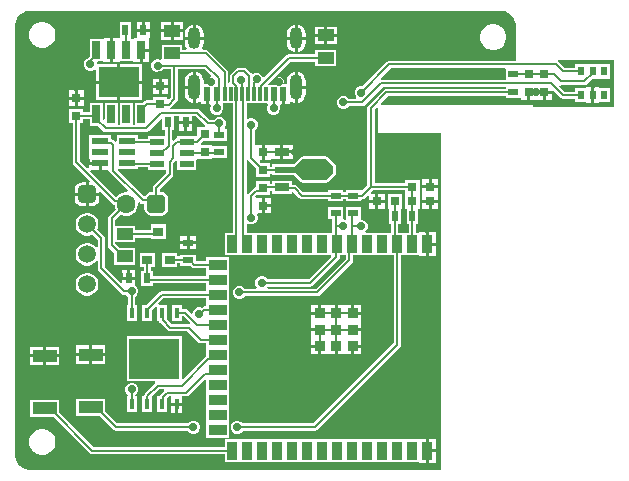
<source format=gbr>
%TF.GenerationSoftware,Altium Limited,Altium Designer,24.6.1 (21)*%
G04 Layer_Physical_Order=1*
G04 Layer_Color=255*
%FSLAX45Y45*%
%MOMM*%
%TF.SameCoordinates,C73725EF-E552-4689-BE2B-43CAEE6025B1*%
%TF.FilePolarity,Positive*%
%TF.FileFunction,Copper,L1,Top,Signal*%
%TF.Part,Single*%
G01*
G75*
%TA.AperFunction,ConnectorPad*%
%ADD10R,0.50000X0.80000*%
%TA.AperFunction,SMDPad,CuDef*%
%ADD11R,0.80000X0.80000*%
%ADD12R,2.00000X1.05000*%
%ADD13R,0.40000X0.95000*%
%ADD14R,4.30000X3.40000*%
%ADD15R,0.70000X1.52500*%
%ADD16R,3.40200X2.51300*%
%TA.AperFunction,ConnectorPad*%
%ADD17R,0.30000X1.15000*%
%ADD18R,0.60000X1.15000*%
%TA.AperFunction,SMDPad,CuDef*%
%ADD19R,1.30000X0.70000*%
%ADD20R,1.80000X0.60000*%
%ADD21R,0.60000X0.90000*%
%ADD22R,1.35000X1.00000*%
%ADD23R,0.90000X0.60000*%
%TA.AperFunction,BGAPad,CuDef*%
%ADD24R,0.90000X0.90000*%
%TA.AperFunction,SMDPad,CuDef*%
%ADD25R,0.90000X1.50000*%
%ADD26R,1.50000X0.90000*%
%ADD27R,1.40000X0.60000*%
%ADD28R,0.90000X0.80000*%
%ADD29R,0.80000X0.80000*%
%ADD30R,1.20000X0.60000*%
%TA.AperFunction,Conductor*%
%ADD31C,0.20000*%
%TA.AperFunction,ComponentPad*%
%ADD32C,1.52000*%
G04:AMPARAMS|DCode=33|XSize=1.52mm|YSize=1.52mm|CornerRadius=0.38mm|HoleSize=0mm|Usage=FLASHONLY|Rotation=270.000|XOffset=0mm|YOffset=0mm|HoleType=Round|Shape=RoundedRectangle|*
%AMROUNDEDRECTD33*
21,1,1.52000,0.76000,0,0,270.0*
21,1,0.76000,1.52000,0,0,270.0*
1,1,0.76000,-0.38000,-0.38000*
1,1,0.76000,-0.38000,0.38000*
1,1,0.76000,0.38000,0.38000*
1,1,0.76000,0.38000,-0.38000*
%
%ADD33ROUNDEDRECTD33*%
G04:AMPARAMS|DCode=34|XSize=1.6mm|YSize=1.6mm|CornerRadius=0.4mm|HoleSize=0mm|Usage=FLASHONLY|Rotation=180.000|XOffset=0mm|YOffset=0mm|HoleType=Round|Shape=RoundedRectangle|*
%AMROUNDEDRECTD34*
21,1,1.60000,0.80000,0,0,180.0*
21,1,0.80000,1.60000,0,0,180.0*
1,1,0.80000,-0.40000,0.40000*
1,1,0.80000,0.40000,0.40000*
1,1,0.80000,0.40000,-0.40000*
1,1,0.80000,-0.40000,-0.40000*
%
%ADD34ROUNDEDRECTD34*%
%ADD35C,1.60000*%
%ADD36O,1.05000X2.15000*%
%ADD37O,1.05000X1.85000*%
%ADD38C,0.70000*%
%TA.AperFunction,ViaPad*%
%ADD39C,0.70000*%
G36*
X17060043Y10108120D02*
X17083157Y10098546D01*
X17103958Y10084648D01*
X17121648Y10066958D01*
X17135545Y10046157D01*
X17145119Y10023044D01*
X17150000Y9998508D01*
Y9690588D01*
X16080000D01*
X16080000Y9690588D01*
X16068295Y9688259D01*
X16058371Y9681629D01*
X15851508Y9474765D01*
X15850940Y9475000D01*
X15829060D01*
X15808846Y9466626D01*
X15793375Y9451155D01*
X15785001Y9430940D01*
Y9409060D01*
X15793375Y9388845D01*
X15798930Y9383288D01*
X15793671Y9370588D01*
X15736862D01*
X15736627Y9371155D01*
X15721155Y9386627D01*
X15700940Y9395000D01*
X15679060D01*
X15658846Y9386627D01*
X15643375Y9371155D01*
X15635001Y9350940D01*
Y9329060D01*
X15643375Y9308845D01*
X15658846Y9293374D01*
X15679060Y9285000D01*
X15700940D01*
X15721155Y9293374D01*
X15736627Y9308845D01*
X15736862Y9309412D01*
X15851923D01*
X15851924Y9309412D01*
X15863629Y9311741D01*
X15873553Y9318371D01*
X16024594Y9469412D01*
X17064999D01*
Y9455588D01*
X16055000D01*
X16055000Y9455588D01*
X16043295Y9453259D01*
X16033371Y9446629D01*
X16033371Y9446628D01*
X15903371Y9316629D01*
X15896741Y9306706D01*
X15894412Y9295000D01*
X15894412Y9294999D01*
Y8637670D01*
X15851733Y8594991D01*
X15839999Y8599851D01*
Y8600000D01*
X15710001D01*
Y8580588D01*
X15689999D01*
Y8600000D01*
X15560001D01*
Y8580588D01*
X15352670D01*
X15301630Y8631629D01*
X15291705Y8638259D01*
X15280000Y8640588D01*
X15279999Y8640588D01*
X15255000D01*
Y8675000D01*
X15085001D01*
Y8650588D01*
X15070000D01*
Y8675000D01*
X14950000D01*
Y8621962D01*
X14940010Y8619975D01*
X14930086Y8613344D01*
X14888371Y8571629D01*
X14883289Y8564021D01*
X14871957Y8565589D01*
X14870589Y8566133D01*
Y8848867D01*
X14871957Y8849411D01*
X14883289Y8850979D01*
X14888371Y8843371D01*
X14950000Y8781743D01*
Y8705000D01*
X15070000D01*
Y8734413D01*
X15085001D01*
Y8720000D01*
X15276161D01*
X15330582Y8665581D01*
X15337196Y8661160D01*
X15345000Y8659608D01*
X15545000D01*
X15545000Y8659608D01*
X15552805Y8661160D01*
X15559419Y8665581D01*
X15619418Y8725581D01*
X15623840Y8732196D01*
X15625392Y8740000D01*
Y8799999D01*
X15625392Y8800000D01*
X15623840Y8807804D01*
X15619418Y8814419D01*
X15559419Y8874419D01*
X15552805Y8878840D01*
X15545000Y8880392D01*
X15345001D01*
X15345000Y8880392D01*
X15337196Y8878840D01*
X15330582Y8874419D01*
X15276161Y8820000D01*
X15085001D01*
Y8795588D01*
X15070000D01*
Y8825000D01*
X14993259D01*
X14980391Y8837867D01*
X14985251Y8849600D01*
X14997301D01*
Y8915000D01*
Y8980400D01*
X14944600D01*
X14940588Y8991438D01*
Y9103139D01*
X14941154Y9103373D01*
X14956625Y9118845D01*
X14964999Y9139060D01*
Y9160940D01*
X14956625Y9181155D01*
X14941154Y9196627D01*
X14920940Y9205000D01*
X14899060D01*
X14883289Y9198467D01*
X14870589Y9204963D01*
Y9330000D01*
X15045625D01*
X15051778Y9317300D01*
X15045000Y9300940D01*
Y9279060D01*
X15053374Y9258845D01*
X15068845Y9243373D01*
X15089059Y9235000D01*
X15110941D01*
X15131155Y9243373D01*
X15146626Y9258845D01*
X15155000Y9279060D01*
Y9300940D01*
X15150459Y9311900D01*
X15158946Y9324600D01*
X15167300D01*
Y9407499D01*
X15192700D01*
Y9324600D01*
X15235400D01*
Y9339232D01*
X15248100Y9345495D01*
X15252715Y9341955D01*
X15271664Y9334105D01*
X15279300Y9333100D01*
Y9465000D01*
Y9596900D01*
X15271664Y9595895D01*
X15252715Y9588045D01*
X15236441Y9575559D01*
X15223955Y9559286D01*
X15216106Y9540336D01*
X15213428Y9520000D01*
Y9490400D01*
X15190440D01*
X15181955Y9503100D01*
X15184000Y9508038D01*
Y9521962D01*
X15178671Y9534826D01*
X15168826Y9544672D01*
X15155962Y9550000D01*
X15142038D01*
X15129173Y9544672D01*
X15119328Y9534826D01*
X15114000Y9521962D01*
Y9508038D01*
X15118282Y9497700D01*
X15114600Y9488995D01*
X15111542Y9485000D01*
X15057425D01*
X15052565Y9496733D01*
X15240244Y9684412D01*
X15452499D01*
Y9645000D01*
X15627499D01*
Y9785000D01*
X15452499D01*
Y9745588D01*
X15227576D01*
X15227574Y9745588D01*
X15215868Y9743259D01*
X15205945Y9736629D01*
X15021068Y9551752D01*
X15006088Y9554732D01*
X15001627Y9565504D01*
X14986154Y9580976D01*
X14965939Y9589349D01*
X14944060D01*
X14923843Y9580976D01*
X14909084Y9584175D01*
X14871629Y9621629D01*
X14861705Y9628259D01*
X14850000Y9630588D01*
X14849998Y9630588D01*
X14800002D01*
X14800000Y9630588D01*
X14788295Y9628259D01*
X14778371Y9621629D01*
X14778371Y9621628D01*
X14738371Y9581629D01*
X14731741Y9571705D01*
X14729411Y9560000D01*
X14729411Y9559999D01*
Y9508754D01*
X14716847Y9499675D01*
X14715588Y9500113D01*
Y9594999D01*
X14715588Y9595000D01*
X14713258Y9606705D01*
X14706628Y9616629D01*
X14546629Y9776629D01*
X14536705Y9783259D01*
X14525000Y9785588D01*
X14524998Y9785588D01*
X14498796D01*
X14493179Y9796978D01*
X14496045Y9800714D01*
X14503896Y9819664D01*
X14506572Y9840000D01*
Y9867301D01*
X14428000D01*
Y9880001D01*
D01*
Y9867301D01*
X14349428D01*
Y9840000D01*
X14352106Y9819664D01*
X14359955Y9800714D01*
X14362820Y9796978D01*
X14357204Y9785588D01*
X14327499D01*
Y9825000D01*
X14152499D01*
Y9709816D01*
X14139799Y9701330D01*
X14130940Y9705000D01*
X14109061D01*
X14088844Y9696627D01*
X14073373Y9681155D01*
X14064999Y9660940D01*
Y9639060D01*
X14073373Y9618845D01*
X14088844Y9603373D01*
X14109061Y9595000D01*
X14130940D01*
X14151155Y9603373D01*
X14166626Y9618845D01*
X14166861Y9619412D01*
X14229411D01*
Y9382670D01*
X14211732Y9364990D01*
X14200000Y9369851D01*
Y9384999D01*
X14080000D01*
Y9355587D01*
X14025450D01*
X14013744Y9353259D01*
X14003821Y9346628D01*
X13992242Y9335050D01*
X13925500D01*
Y9150588D01*
X13908501D01*
Y9335050D01*
X13798500D01*
Y9150588D01*
X13781500D01*
Y9335050D01*
X13671500D01*
Y9194996D01*
X13658800Y9188644D01*
X13654500Y9191868D01*
Y9335050D01*
X13544501D01*
Y9255588D01*
X13489999D01*
Y9285000D01*
X13370000D01*
Y9165000D01*
X13399413D01*
Y8830001D01*
X13399413Y8830000D01*
X13401741Y8818295D01*
X13408371Y8808371D01*
X13541368Y8675374D01*
X13536508Y8663641D01*
X13532700D01*
Y8573698D01*
X13622643D01*
Y8577507D01*
X13634375Y8582367D01*
X13737090Y8479653D01*
X13747012Y8473022D01*
X13753000Y8471831D01*
Y8466835D01*
X13759814Y8441402D01*
X13763962Y8434219D01*
X13708371Y8378629D01*
X13701741Y8368705D01*
X13699413Y8357000D01*
X13699413Y8356999D01*
Y8127501D01*
X13699413Y8127500D01*
X13701741Y8115795D01*
X13708371Y8105871D01*
X13752499Y8061742D01*
Y7965000D01*
X13927499D01*
Y8105000D01*
X13795758D01*
X13760588Y8140170D01*
Y8155000D01*
X13927499D01*
Y8194412D01*
X14060001D01*
Y8185000D01*
X14189999D01*
Y8305000D01*
X14060001D01*
Y8255588D01*
X13927499D01*
Y8295000D01*
X13760588D01*
Y8344330D01*
X13807219Y8390962D01*
X13814401Y8386815D01*
X13839835Y8380000D01*
X13866165D01*
X13891599Y8386815D01*
X13914401Y8399980D01*
X13933020Y8418599D01*
X13946185Y8441402D01*
X13953000Y8466835D01*
Y8485782D01*
X13965700Y8491042D01*
X13968372Y8488371D01*
X13978294Y8481741D01*
X13989999Y8479413D01*
X14005824D01*
Y8440000D01*
X14010481Y8416589D01*
X14023743Y8396743D01*
X14043588Y8383481D01*
X14067000Y8378825D01*
X14147000D01*
X14170412Y8383481D01*
X14190257Y8396743D01*
X14203519Y8416589D01*
X14208176Y8440000D01*
Y8520000D01*
X14203519Y8543411D01*
X14190257Y8563257D01*
X14170412Y8576519D01*
X14147000Y8581175D01*
X14137589D01*
Y8604330D01*
X14241629Y8708371D01*
X14248259Y8718295D01*
X14250587Y8730000D01*
Y8822330D01*
X14271628Y8843371D01*
X14271629Y8843371D01*
X14272301Y8844376D01*
X14285001Y8840524D01*
Y8765000D01*
X14445000D01*
Y8853482D01*
X14455000Y8860000D01*
X14575000D01*
X14575000Y8865000D01*
X14705000D01*
Y8965000D01*
X14575000D01*
X14575000Y8980000D01*
X14486218D01*
X14480959Y8992700D01*
X14498257Y9010000D01*
X14575000D01*
X14575000Y9015000D01*
X14705000D01*
Y9115000D01*
X14689375D01*
X14684515Y9126733D01*
X14686626Y9128845D01*
X14695000Y9149060D01*
Y9170940D01*
X14686626Y9191155D01*
X14671155Y9206626D01*
X14650940Y9215000D01*
X14629060D01*
X14608846Y9206626D01*
X14593373Y9191155D01*
X14593138Y9190588D01*
X14554594D01*
X14473553Y9271629D01*
X14463629Y9278259D01*
X14451924Y9280588D01*
X14451923Y9280588D01*
X14226134D01*
X14225591Y9281958D01*
X14224020Y9293288D01*
X14231628Y9298371D01*
X14281628Y9348371D01*
X14288258Y9358294D01*
X14290588Y9370000D01*
X14290588Y9370001D01*
Y9619412D01*
X14515254D01*
X14571967Y9562700D01*
X14566705Y9550000D01*
X14564038D01*
X14551173Y9544672D01*
X14541328Y9534826D01*
X14536000Y9521962D01*
Y9508038D01*
X14538045Y9503100D01*
X14529559Y9490400D01*
X14506572D01*
Y9520000D01*
X14503896Y9540336D01*
X14496045Y9559286D01*
X14483559Y9575559D01*
X14467287Y9588045D01*
X14448335Y9595895D01*
X14440701Y9596900D01*
Y9465001D01*
Y9333100D01*
X14448335Y9334105D01*
X14467287Y9341955D01*
X14471899Y9345495D01*
X14484599Y9339232D01*
Y9324600D01*
X14527301D01*
Y9407499D01*
X14552701D01*
Y9324600D01*
X14561053D01*
X14569540Y9311900D01*
X14564999Y9300940D01*
Y9279060D01*
X14573373Y9258845D01*
X14588844Y9243373D01*
X14609061Y9235000D01*
X14630940D01*
X14651155Y9243373D01*
X14666626Y9258845D01*
X14675000Y9279060D01*
Y9300940D01*
X14668224Y9317300D01*
X14674374Y9330000D01*
X14754411D01*
Y8234400D01*
X14685001D01*
Y8044400D01*
X15583182D01*
X15588443Y8031700D01*
X15397330Y7840588D01*
X15046861D01*
X15046626Y7841155D01*
X15031155Y7856626D01*
X15010941Y7865000D01*
X14989059D01*
X14968845Y7856626D01*
X14953374Y7841155D01*
X14945000Y7820940D01*
Y7799060D01*
X14953374Y7778845D01*
X14958931Y7773288D01*
X14953670Y7760588D01*
X14856862D01*
X14856627Y7761155D01*
X14841154Y7776627D01*
X14820940Y7785000D01*
X14799060D01*
X14778845Y7776627D01*
X14763374Y7761155D01*
X14755000Y7740940D01*
Y7719060D01*
X14763374Y7698845D01*
X14778845Y7683374D01*
X14799060Y7675000D01*
X14820940D01*
X14841154Y7683374D01*
X14856627Y7698845D01*
X14856862Y7699412D01*
X15470000D01*
X15470000Y7699412D01*
X15481705Y7701741D01*
X15491629Y7708371D01*
X15761629Y7978371D01*
X15761629Y7978371D01*
X15768259Y7988295D01*
X15770589Y8000000D01*
X15770589Y8000001D01*
Y8044400D01*
X16116412D01*
Y7299670D01*
X15437331Y6620588D01*
X14836861D01*
X14836626Y6621155D01*
X14821155Y6636627D01*
X14800940Y6645000D01*
X14779060D01*
X14758846Y6636627D01*
X14743373Y6621155D01*
X14735001Y6600940D01*
Y6579060D01*
X14743373Y6558845D01*
X14758846Y6543374D01*
X14779060Y6535000D01*
X14800940D01*
X14821155Y6543374D01*
X14836626Y6558845D01*
X14836861Y6559412D01*
X15449998D01*
X15450000Y6559412D01*
X15461705Y6561741D01*
X15471629Y6568371D01*
X16168629Y7265371D01*
X16175259Y7275295D01*
X16177588Y7287000D01*
X16177588Y7287001D01*
Y8044400D01*
X16330600D01*
Y8039000D01*
X16388300D01*
Y8139400D01*
Y8239800D01*
X16330600D01*
Y8234400D01*
X16305588D01*
Y8310000D01*
X16325000D01*
Y8440000D01*
X16335001Y8440000D01*
Y8559999D01*
X16335001D01*
Y8565001D01*
X16335001D01*
Y8685000D01*
X16214999D01*
Y8655588D01*
X15955588D01*
Y9282330D01*
X15966908Y9293650D01*
X15979608Y9288390D01*
Y9100000D01*
X15981160Y9092196D01*
X15985580Y9085581D01*
X15992197Y9081160D01*
X16000000Y9079608D01*
X16519608D01*
Y6230000D01*
X13037000Y6230000D01*
X13024490Y6230000D01*
X12999954Y6234881D01*
X12976842Y6244454D01*
X12956041Y6258353D01*
X12938351Y6276042D01*
X12924454Y6296843D01*
X12914880Y6319955D01*
X12910001Y6344491D01*
X12910001Y6356999D01*
Y9986000D01*
X12910001Y9998509D01*
X12914880Y10023045D01*
X12924454Y10046157D01*
X12938351Y10066958D01*
X12956041Y10084648D01*
X12976842Y10098546D01*
X12999956Y10108120D01*
X13024490Y10113000D01*
X13037000Y10113000D01*
X17023000Y10113000D01*
X17035509D01*
X17060043Y10108120D01*
D02*
G37*
G36*
X17980000Y9300000D02*
X17300392D01*
X17298840Y9307804D01*
X17294418Y9314419D01*
X17287804Y9318840D01*
X17280000Y9320392D01*
X16011610D01*
X16006349Y9333092D01*
X16067670Y9394412D01*
X17064999D01*
Y9375000D01*
X17194600D01*
Y9359600D01*
X17247299D01*
Y9425001D01*
X17272699D01*
Y9359600D01*
X17377301D01*
Y9425000D01*
X17390001D01*
Y9437700D01*
X17462524D01*
X17467133Y9439609D01*
X17528371Y9378372D01*
X17528371Y9378371D01*
X17538295Y9371741D01*
X17550000Y9369412D01*
X17655000D01*
Y9340000D01*
X17739137Y9340000D01*
X17749600Y9334600D01*
X17755463Y9334600D01*
X17787299D01*
Y9399998D01*
Y9465400D01*
X17749600D01*
X17739137Y9460000D01*
X17655000Y9460000D01*
Y9430588D01*
X17562669D01*
X17520247Y9473011D01*
X17520641Y9475694D01*
X17533286Y9486128D01*
X17533286Y9486128D01*
X17731714D01*
X17731715Y9486128D01*
X17743420Y9488456D01*
X17753345Y9495087D01*
X17798257Y9540000D01*
X17842300D01*
X17845000Y9540000D01*
X17855000D01*
X17857700Y9540000D01*
X17945000D01*
Y9660000D01*
X17857700D01*
X17855000Y9660000D01*
X17845000D01*
X17842300Y9660000D01*
X17757700D01*
X17755000Y9660000D01*
Y9660000D01*
X17745000D01*
Y9660000D01*
X17655000D01*
Y9630588D01*
X17562669D01*
X17511629Y9681629D01*
X17510619Y9697579D01*
X17512550Y9700000D01*
X17980000D01*
Y9300000D01*
D02*
G37*
G36*
X17064999Y9625000D02*
Y9530588D01*
X16011925D01*
X16011925Y9530588D01*
X16011777Y9530559D01*
X16005521Y9542263D01*
X16092670Y9629412D01*
X17054128D01*
X17064999Y9625000D01*
D02*
G37*
G36*
X14515967Y9142700D02*
X14510706Y9130000D01*
X14455000D01*
Y9061518D01*
X14445000Y9055000D01*
X14285001D01*
Y9035588D01*
X14285001Y9035588D01*
X14273296Y9033259D01*
X14263371Y9026629D01*
X14263371Y9026628D01*
X14252321Y9015579D01*
X14240588Y9020439D01*
Y9105000D01*
X14255000D01*
Y9219412D01*
X14299600D01*
Y9182699D01*
X14355000D01*
X14410400D01*
Y9219412D01*
X14439255D01*
X14515967Y9142700D01*
D02*
G37*
G36*
X14155000Y9195149D02*
Y9105000D01*
X14179411D01*
Y9055000D01*
X14035001D01*
Y9030588D01*
X13950000D01*
Y9065000D01*
X13770000D01*
Y9011218D01*
X13757300Y9005958D01*
X13746629Y9016629D01*
X13736705Y9023259D01*
X13725000Y9025588D01*
X13720000Y9036359D01*
Y9065000D01*
X13539999D01*
Y8965000D01*
Y8880400D01*
X13534599D01*
Y8837700D01*
X13630000D01*
Y8825000D01*
X13642700D01*
Y8769600D01*
X13701714D01*
X13709412Y8760000D01*
X13711742Y8748295D01*
X13718372Y8738371D01*
X13864043Y8592700D01*
X13858781Y8580000D01*
X13839835D01*
X13814401Y8573185D01*
X13791599Y8560020D01*
X13772981Y8541402D01*
X13763152Y8540107D01*
X13546358Y8756900D01*
X13551617Y8769600D01*
X13617300D01*
Y8812300D01*
X13534599D01*
Y8786618D01*
X13521899Y8781357D01*
X13460588Y8842670D01*
Y9165000D01*
X13489999D01*
Y9194412D01*
X13544501D01*
Y9142550D01*
X13611243D01*
X13655421Y9098372D01*
X13655421Y9098371D01*
X13665344Y9091741D01*
X13677049Y9089412D01*
X13677051Y9089412D01*
X14020000D01*
X14020000Y9089412D01*
X14031705Y9091741D01*
X14041629Y9098371D01*
X14143266Y9200009D01*
X14155000Y9195149D01*
D02*
G37*
G36*
X15605000Y8800000D02*
Y8740000D01*
X15545000Y8680000D01*
X15345000D01*
X15285001Y8740000D01*
Y8800000D01*
X15345000Y8860000D01*
X15545000D01*
X15605000Y8800000D01*
D02*
G37*
G36*
X14035001Y8765000D02*
X14189412D01*
Y8742670D01*
X14085371Y8638629D01*
X14078741Y8628705D01*
X14076411Y8617000D01*
X14076411Y8616999D01*
Y8581175D01*
X14067000D01*
X14043588Y8576519D01*
X14023743Y8563257D01*
X14012778Y8546847D01*
X14000917Y8544881D01*
X13997916Y8545341D01*
X13780959Y8762300D01*
X13786218Y8775000D01*
X13950000D01*
Y8789412D01*
X14035001D01*
Y8765000D01*
D02*
G37*
G36*
X16214999Y8565001D02*
X16214999D01*
Y8559999D01*
X16214999D01*
Y8440000D01*
X16225000Y8440000D01*
Y8310000D01*
X16244414D01*
Y8234400D01*
X16155588D01*
Y8310000D01*
X16175000D01*
Y8440000D01*
X16185001Y8440000D01*
Y8560000D01*
X16064999D01*
Y8440000D01*
X16075000Y8440000D01*
Y8310000D01*
X16094412D01*
Y8234400D01*
X15880142D01*
X15874881Y8247100D01*
X15886627Y8258845D01*
X15895000Y8279060D01*
Y8300940D01*
X15886627Y8321155D01*
X15871155Y8336626D01*
X15850940Y8345000D01*
X15850629D01*
X15839999Y8350000D01*
Y8450000D01*
X15710001D01*
Y8354993D01*
X15702107Y8346287D01*
X15700932Y8345735D01*
X15689999Y8351740D01*
Y8450000D01*
X15560001D01*
Y8350000D01*
X15594412D01*
Y8300001D01*
X15594412Y8300000D01*
X15594412Y8299999D01*
Y8234400D01*
X14870589D01*
Y8305037D01*
X14883289Y8311533D01*
X14899060Y8305000D01*
X14920940D01*
X14941154Y8313374D01*
X14956625Y8328845D01*
X14964999Y8349060D01*
Y8370940D01*
X14958389Y8386900D01*
X14964775Y8399600D01*
X14997301D01*
Y8465000D01*
Y8530400D01*
X14951617D01*
X14946358Y8543100D01*
X14958258Y8555000D01*
X15070000D01*
Y8589412D01*
X15085001D01*
Y8565000D01*
X15255000D01*
Y8578519D01*
X15267700Y8579043D01*
X15318370Y8528372D01*
X15318372Y8528371D01*
X15328294Y8521741D01*
X15339999Y8519412D01*
X15340001Y8519412D01*
X15560001D01*
Y8500000D01*
X15689999D01*
Y8519412D01*
X15710001D01*
Y8500000D01*
X15839999D01*
Y8511982D01*
X15850002Y8519412D01*
X15861707Y8521741D01*
X15871629Y8528371D01*
X15896899Y8553642D01*
X15909599Y8548381D01*
Y8512700D01*
X15962300D01*
Y8565400D01*
X15926617D01*
X15921358Y8578100D01*
X15937669Y8594412D01*
X16214999D01*
Y8565001D01*
D02*
G37*
G36*
X15709412Y8012670D02*
X15457330Y7760588D01*
X15053256D01*
X15046942Y7773288D01*
X15051540Y7779412D01*
X15409999D01*
X15410001Y7779412D01*
X15421706Y7781741D01*
X15431628Y7788371D01*
X15651628Y8008371D01*
X15651630Y8008371D01*
X15658260Y8018295D01*
X15660588Y8030000D01*
X15660588Y8030001D01*
Y8044400D01*
X15709412D01*
Y8012670D01*
D02*
G37*
%LPC*%
G36*
X14050400Y10020400D02*
X14007700D01*
Y9962700D01*
X14050400D01*
Y10020400D01*
D02*
G37*
G36*
X13982298D02*
X13939600D01*
Y9962700D01*
X13982298D01*
Y10020400D01*
D02*
G37*
G36*
X14332899Y10020400D02*
X14252699D01*
Y9957700D01*
X14332899D01*
Y10020400D01*
D02*
G37*
G36*
X14227299D02*
X14147099D01*
Y9957700D01*
X14227299D01*
Y10020400D01*
D02*
G37*
G36*
X15632899Y9980400D02*
X15552699D01*
Y9917700D01*
X15632899D01*
Y9980400D01*
D02*
G37*
G36*
X15527299D02*
X15447099D01*
Y9917700D01*
X15527299D01*
Y9980400D01*
D02*
G37*
G36*
X14440700Y9996900D02*
Y9892701D01*
X14506572D01*
Y9920000D01*
X14503896Y9940336D01*
X14496045Y9959286D01*
X14483559Y9975559D01*
X14467287Y9988045D01*
X14448335Y9995895D01*
X14440700Y9996900D01*
D02*
G37*
G36*
X14415300D02*
X14407664Y9995895D01*
X14388715Y9988045D01*
X14372441Y9975559D01*
X14359955Y9959286D01*
X14352106Y9940336D01*
X14349428Y9920000D01*
Y9892701D01*
X14415300D01*
Y9996900D01*
D02*
G37*
G36*
X15304700D02*
Y9892701D01*
X15370572D01*
Y9920000D01*
X15367896Y9940336D01*
X15360045Y9959286D01*
X15347559Y9975559D01*
X15331287Y9988045D01*
X15312337Y9995895D01*
X15304700Y9996900D01*
D02*
G37*
G36*
X15279298Y9996900D02*
X15271664Y9995895D01*
X15252715Y9988045D01*
X15236441Y9975559D01*
X15223955Y9959286D01*
X15216106Y9940336D01*
X15213428Y9920000D01*
Y9892701D01*
X15279298D01*
Y9996900D01*
D02*
G37*
G36*
X14332899Y9932300D02*
X14252699D01*
Y9869600D01*
X14332899D01*
Y9932300D01*
D02*
G37*
G36*
X14227299D02*
X14147099D01*
Y9869600D01*
X14227299D01*
Y9932300D01*
D02*
G37*
G36*
X15632899Y9892300D02*
X15552699D01*
Y9829600D01*
X15632899D01*
Y9892300D01*
D02*
G37*
G36*
X15527299D02*
X15447099D01*
Y9829600D01*
X15527299D01*
Y9892300D01*
D02*
G37*
G36*
X13156882Y10020000D02*
X13127917D01*
X13099942Y10012504D01*
X13074858Y9998022D01*
X13054378Y9977542D01*
X13039896Y9952458D01*
X13032401Y9924482D01*
Y9895518D01*
X13039896Y9867542D01*
X13054378Y9842458D01*
X13074858Y9821978D01*
X13099942Y9807496D01*
X13127917Y9800000D01*
X13156882D01*
X13184859Y9807496D01*
X13209943Y9821978D01*
X13230421Y9842458D01*
X13244904Y9867542D01*
X13252400Y9895518D01*
Y9924482D01*
X13244904Y9952458D01*
X13230421Y9977542D01*
X13209943Y9998022D01*
X13184859Y10012504D01*
X13156882Y10020000D01*
D02*
G37*
G36*
X16974483Y10000000D02*
X16945518D01*
X16917542Y9992504D01*
X16892458Y9978022D01*
X16871979Y9957542D01*
X16857497Y9932458D01*
X16850000Y9904482D01*
Y9875518D01*
X16857497Y9847542D01*
X16871979Y9822458D01*
X16892458Y9801978D01*
X16917542Y9787496D01*
X16945518Y9780000D01*
X16974483D01*
X17002460Y9787496D01*
X17027542Y9801978D01*
X17048022Y9822458D01*
X17062505Y9847542D01*
X17070000Y9875518D01*
Y9904482D01*
X17062505Y9932458D01*
X17048022Y9957542D01*
X17027542Y9978022D01*
X17002460Y9992504D01*
X16974483Y10000000D01*
D02*
G37*
G36*
X15279298Y9867301D02*
X15213428D01*
Y9840000D01*
X15216106Y9819664D01*
X15223955Y9800714D01*
X15236441Y9784441D01*
X15252715Y9771955D01*
X15271664Y9764105D01*
X15279298Y9763100D01*
Y9867301D01*
D02*
G37*
G36*
X15370572D02*
X15304700D01*
Y9763100D01*
X15312337Y9764105D01*
X15331287Y9771955D01*
X15347559Y9784441D01*
X15360045Y9800714D01*
X15367896Y9819664D01*
X15370572Y9840000D01*
Y9867301D01*
D02*
G37*
G36*
X14040900Y9768501D02*
X13993201D01*
Y9679550D01*
X14040900D01*
Y9768501D01*
D02*
G37*
G36*
X13895000Y10015000D02*
X13795000D01*
Y9892195D01*
X13787595Y9883652D01*
X13783189Y9882850D01*
X13739200D01*
Y9781201D01*
Y9679550D01*
X13786900D01*
Y9682295D01*
X13798500Y9684950D01*
X13799600Y9684950D01*
X13907401D01*
X13908501Y9684950D01*
X13920100Y9682295D01*
Y9679550D01*
X13967799D01*
Y9781201D01*
X13980499D01*
Y9793901D01*
X14040900D01*
Y9879600D01*
X14050400D01*
Y9937300D01*
X13995000D01*
X13939600D01*
Y9882850D01*
X13920100D01*
Y9880105D01*
X13908501Y9877450D01*
X13907401Y9877450D01*
X13904573D01*
X13895000Y9885000D01*
Y10015000D01*
D02*
G37*
G36*
X13713800Y9882850D02*
X13666100D01*
Y9880105D01*
X13654500Y9877450D01*
X13653400Y9877450D01*
X13544501D01*
Y9728208D01*
X13535593Y9719300D01*
X13533850Y9716693D01*
X13516499Y9709505D01*
X13501027Y9694034D01*
X13492654Y9673819D01*
Y9651939D01*
X13501027Y9631724D01*
X13516499Y9616252D01*
X13536714Y9607879D01*
X13558594D01*
X13578809Y9616252D01*
X13581799Y9619244D01*
X13594501Y9613983D01*
Y9522700D01*
X13777299D01*
Y9661050D01*
X13602654D01*
Y9673819D01*
X13602417Y9674390D01*
X13609473Y9684950D01*
X13653400D01*
X13654500Y9684950D01*
X13666100Y9682295D01*
Y9679550D01*
X13713800D01*
Y9781201D01*
Y9882850D01*
D02*
G37*
G36*
X13985500Y9661050D02*
X13802699D01*
Y9522700D01*
X13985500D01*
Y9661050D01*
D02*
G37*
G36*
X14205400Y9540399D02*
X14152699D01*
Y9487699D01*
X14205400D01*
Y9540399D01*
D02*
G37*
G36*
X14127299D02*
X14074600D01*
Y9487699D01*
X14127299D01*
Y9540399D01*
D02*
G37*
G36*
X14415302Y9596900D02*
X14407664Y9595895D01*
X14388715Y9588045D01*
X14372441Y9575559D01*
X14359955Y9559286D01*
X14352106Y9540336D01*
X14349428Y9520000D01*
Y9477701D01*
X14415302D01*
Y9596900D01*
D02*
G37*
G36*
X15304700D02*
Y9477700D01*
X15370572D01*
Y9520000D01*
X15367896Y9540336D01*
X15360045Y9559286D01*
X15347559Y9575559D01*
X15331287Y9588045D01*
X15312337Y9595895D01*
X15304700Y9596900D01*
D02*
G37*
G36*
X14205400Y9462299D02*
X14152699D01*
Y9409599D01*
X14205400D01*
Y9462299D01*
D02*
G37*
G36*
X14127299D02*
X14074600D01*
Y9409599D01*
X14127299D01*
Y9462299D01*
D02*
G37*
G36*
X13495399Y9440400D02*
X13442700D01*
Y9387700D01*
X13495399D01*
Y9440400D01*
D02*
G37*
G36*
X13417300D02*
X13364600D01*
Y9387700D01*
X13417300D01*
Y9440400D01*
D02*
G37*
G36*
X13985500Y9497300D02*
X13802699D01*
Y9358950D01*
X13985500D01*
Y9497300D01*
D02*
G37*
G36*
X13777299D02*
X13594501D01*
Y9358950D01*
X13777299D01*
Y9497300D01*
D02*
G37*
G36*
X15370572Y9452300D02*
X15304700D01*
Y9333100D01*
X15312337Y9334105D01*
X15331287Y9341955D01*
X15347559Y9354441D01*
X15360045Y9370714D01*
X15367896Y9389664D01*
X15370572Y9410000D01*
Y9452300D01*
D02*
G37*
G36*
X14415302Y9452301D02*
X14349428D01*
Y9410000D01*
X14352106Y9389664D01*
X14359955Y9370714D01*
X14372441Y9354441D01*
X14388715Y9341955D01*
X14407664Y9334105D01*
X14415302Y9333100D01*
Y9452301D01*
D02*
G37*
G36*
X13495399Y9362300D02*
X13442700D01*
Y9309600D01*
X13495399D01*
Y9362300D01*
D02*
G37*
G36*
X13417300D02*
X13364600D01*
Y9309600D01*
X13417300D01*
Y9362300D01*
D02*
G37*
G36*
X15075398Y8980401D02*
Y8980400D01*
X15022701D01*
Y8915000D01*
Y8849600D01*
X15075400D01*
X15079601Y8859600D01*
X15157300D01*
Y8920001D01*
Y8980400D01*
X15079601D01*
Y8980400D01*
X15075398Y8980401D01*
D02*
G37*
G36*
X15260400Y8980400D02*
X15182700D01*
Y8932701D01*
X15260400D01*
Y8980400D01*
D02*
G37*
G36*
Y8907301D02*
X15182700D01*
Y8859600D01*
X15260400D01*
Y8907301D01*
D02*
G37*
G36*
X16490401Y8690400D02*
X16437701D01*
Y8637700D01*
X16490401D01*
Y8690400D01*
D02*
G37*
G36*
X16412302D02*
X16359599D01*
Y8637700D01*
X16412302D01*
Y8690400D01*
D02*
G37*
G36*
X13507298Y8663641D02*
X13482001D01*
X13457263Y8658720D01*
X13436292Y8644708D01*
X13422278Y8623736D01*
X13417358Y8598999D01*
Y8573698D01*
X13507298D01*
Y8663641D01*
D02*
G37*
G36*
X16425002Y8625000D02*
D01*
Y8612300D01*
X16359599D01*
Y8559600D01*
Y8512701D01*
X16425002D01*
X16490401D01*
Y8559600D01*
Y8612300D01*
X16425002D01*
Y8625000D01*
D02*
G37*
G36*
X13622643Y8548298D02*
X13532700D01*
Y8458357D01*
X13558000D01*
X13582738Y8463277D01*
X13603709Y8477290D01*
X13617722Y8498262D01*
X13622643Y8522999D01*
Y8548298D01*
D02*
G37*
G36*
X13507298D02*
X13417358D01*
Y8522999D01*
X13422278Y8498262D01*
X13436292Y8477290D01*
X13457263Y8463277D01*
X13482001Y8458357D01*
X13507298D01*
Y8548298D01*
D02*
G37*
G36*
X16490401Y8487301D02*
X16437701D01*
Y8434600D01*
X16490401D01*
Y8487301D01*
D02*
G37*
G36*
X16412302D02*
X16359599D01*
Y8434600D01*
X16412302D01*
Y8487301D01*
D02*
G37*
G36*
X14445399Y8205400D02*
X14387700D01*
Y8162700D01*
X14445399D01*
Y8205400D01*
D02*
G37*
G36*
X14362300D02*
X14304601D01*
Y8162700D01*
X14362300D01*
Y8205400D01*
D02*
G37*
G36*
X16471400Y8239800D02*
X16413699D01*
Y8152100D01*
X16471400D01*
Y8239800D01*
D02*
G37*
G36*
X13532639Y8402999D02*
X13507361D01*
X13482945Y8396456D01*
X13461055Y8383818D01*
X13443181Y8365944D01*
X13430542Y8344053D01*
X13424001Y8319637D01*
Y8294360D01*
X13430542Y8269944D01*
X13443181Y8248054D01*
X13461055Y8230180D01*
X13482945Y8217541D01*
X13507361Y8210999D01*
X13532639D01*
X13557054Y8217541D01*
X13562852Y8220889D01*
X13609412Y8174329D01*
Y8114667D01*
X13599786Y8112087D01*
X13596712Y8112051D01*
X13578944Y8129818D01*
X13557054Y8142456D01*
X13532639Y8148999D01*
X13507361D01*
X13482945Y8142456D01*
X13461055Y8129818D01*
X13443181Y8111944D01*
X13430542Y8090053D01*
X13424001Y8065637D01*
Y8040360D01*
X13430542Y8015944D01*
X13443181Y7994054D01*
X13461055Y7976180D01*
X13482945Y7963541D01*
X13507361Y7956999D01*
X13532639D01*
X13557054Y7963541D01*
X13578944Y7976180D01*
X13596712Y7993947D01*
X13599786Y7993910D01*
X13609412Y7991331D01*
Y7933000D01*
X13609412Y7932999D01*
X13611742Y7921294D01*
X13618372Y7911370D01*
X13811369Y7718372D01*
X13811369Y7718371D01*
X13821294Y7711741D01*
X13832999Y7709412D01*
X13853139D01*
X13853374Y7708845D01*
X13868845Y7693373D01*
X13869162Y7693242D01*
Y7624500D01*
X13859500D01*
Y7489500D01*
X13939500D01*
Y7624500D01*
X13930338D01*
Y7693035D01*
X13931155Y7693373D01*
X13946626Y7708845D01*
X13955000Y7729060D01*
Y7750940D01*
X13946626Y7771155D01*
X13931155Y7786627D01*
X13930400Y7786939D01*
Y7837300D01*
X13819600D01*
Y7813250D01*
X13807867Y7808390D01*
X13670589Y7945669D01*
Y8186999D01*
X13668259Y8198704D01*
X13661629Y8208628D01*
X13661629Y8208628D01*
X13606110Y8264146D01*
X13609457Y8269944D01*
X13616000Y8294360D01*
Y8319637D01*
X13609457Y8344053D01*
X13596819Y8365944D01*
X13578944Y8383818D01*
X13557054Y8396456D01*
X13532639Y8402999D01*
D02*
G37*
G36*
X14445399Y8137300D02*
X14387700D01*
Y8094600D01*
X14445399D01*
Y8137300D01*
D02*
G37*
G36*
X14362300D02*
X14304601D01*
Y8094600D01*
X14362300D01*
Y8137300D01*
D02*
G37*
G36*
X16471400Y8126700D02*
X16413699D01*
Y8039000D01*
X16471400D01*
Y8126700D01*
D02*
G37*
G36*
X14285001Y8065000D02*
X14155000D01*
Y7945000D01*
X14285001D01*
Y7974412D01*
X14310001D01*
Y7950000D01*
X14396742D01*
X14405470Y7941272D01*
X14405470Y7941271D01*
X14415395Y7934641D01*
X14427100Y7932312D01*
X14530000D01*
Y7866488D01*
X14075000D01*
Y7915000D01*
X14060588D01*
Y7945000D01*
X14095000D01*
Y8065000D01*
X13964999D01*
Y7945000D01*
X13999413D01*
Y7915000D01*
X13975000D01*
Y7785000D01*
X14075000D01*
Y7805312D01*
X14530000D01*
Y7739488D01*
X14150900D01*
X14150900Y7739488D01*
X14139195Y7737159D01*
X14129271Y7730529D01*
X14023242Y7624500D01*
X13986501D01*
Y7489500D01*
X14066499D01*
Y7581242D01*
X14100800Y7615542D01*
X14113499Y7610282D01*
Y7489500D01*
X14130785D01*
X14132210Y7482338D01*
X14138841Y7472414D01*
X14202882Y7408372D01*
X14202882Y7408371D01*
X14212807Y7401741D01*
X14224512Y7399412D01*
X14224513Y7399412D01*
X14367329D01*
X14460471Y7306271D01*
X14470395Y7299641D01*
X14482100Y7297312D01*
X14482101Y7297312D01*
X14530000D01*
Y7191357D01*
X14524271Y7187529D01*
X14524271Y7187528D01*
X14336732Y6999991D01*
X14325000Y7004851D01*
Y7360000D01*
X13855000D01*
Y6980000D01*
X14097449D01*
X14099382Y6977579D01*
X14098370Y6961629D01*
X14098370Y6961628D01*
X14007155Y6870413D01*
X14000525Y6860489D01*
X13998538Y6850500D01*
X13986501D01*
Y6715500D01*
X14066499D01*
Y6843242D01*
X14132671Y6909412D01*
X14168195D01*
X14173454Y6896712D01*
X14141583Y6864842D01*
X14134953Y6854918D01*
X14134074Y6850500D01*
X14113499D01*
Y6715500D01*
X14193500D01*
Y6791199D01*
X14193800Y6792713D01*
X14193800Y6792714D01*
Y6830543D01*
X14212669Y6849412D01*
X14235100D01*
Y6795700D01*
X14280499D01*
X14325900D01*
Y6849412D01*
X14359999D01*
X14360001Y6849412D01*
X14371706Y6851741D01*
X14381628Y6858371D01*
X14518266Y6995009D01*
X14530000Y6990149D01*
Y6881900D01*
Y6754900D01*
Y6627900D01*
Y6500900D01*
X14720000D01*
Y6627900D01*
Y6754900D01*
Y6881900D01*
Y7008900D01*
Y7135900D01*
Y7262900D01*
Y7389900D01*
Y7516900D01*
Y7643900D01*
Y7770900D01*
Y7897900D01*
Y8027900D01*
X14530000D01*
Y7993488D01*
X14439999D01*
Y8050000D01*
X14310001D01*
Y8035588D01*
X14285001D01*
Y8065000D01*
D02*
G37*
G36*
X13930400Y7920400D02*
X13887700D01*
Y7862700D01*
X13930400D01*
Y7920400D01*
D02*
G37*
G36*
X13862300D02*
X13819600D01*
Y7862700D01*
X13862300D01*
Y7920400D01*
D02*
G37*
G36*
X13532639Y7894999D02*
X13507361D01*
X13482945Y7888456D01*
X13461055Y7875818D01*
X13443181Y7857944D01*
X13430542Y7836053D01*
X13424001Y7811637D01*
Y7786360D01*
X13430542Y7761944D01*
X13443181Y7740054D01*
X13461055Y7722180D01*
X13482945Y7709541D01*
X13507361Y7702999D01*
X13532639D01*
X13557054Y7709541D01*
X13578944Y7722180D01*
X13596819Y7740054D01*
X13609457Y7761944D01*
X13616000Y7786360D01*
Y7811637D01*
X13609457Y7836053D01*
X13596819Y7857944D01*
X13578944Y7875818D01*
X13557054Y7888456D01*
X13532639Y7894999D01*
D02*
G37*
G36*
X15839400Y7624800D02*
X15781700D01*
Y7567100D01*
X15839400D01*
Y7624800D01*
D02*
G37*
G36*
X15476300D02*
X15418600D01*
Y7567100D01*
X15476300D01*
Y7624800D01*
D02*
G37*
G36*
X15756300D02*
X15641701D01*
Y7554400D01*
X15616299D01*
Y7624800D01*
X15501700D01*
Y7554400D01*
X15489000D01*
Y7541700D01*
X15418600D01*
Y7484000D01*
Y7427100D01*
X15489000D01*
Y7401700D01*
X15418600D01*
Y7344000D01*
Y7287100D01*
X15489000D01*
Y7274400D01*
X15501700D01*
Y7204000D01*
X15616299D01*
Y7274400D01*
X15641701D01*
Y7204000D01*
X15756300D01*
Y7274400D01*
X15769000D01*
Y7287100D01*
X15839400D01*
Y7344000D01*
Y7401700D01*
X15769000D01*
Y7427100D01*
X15839400D01*
Y7484000D01*
Y7541700D01*
X15769000D01*
Y7554400D01*
X15756300D01*
Y7624800D01*
D02*
G37*
G36*
X13675400Y7280400D02*
X13562700D01*
Y7215200D01*
X13675400D01*
Y7280400D01*
D02*
G37*
G36*
X13537300D02*
X13424600D01*
Y7215200D01*
X13537300D01*
Y7280400D01*
D02*
G37*
G36*
X13285400Y7270400D02*
X13172701D01*
Y7205200D01*
X13285400D01*
Y7270400D01*
D02*
G37*
G36*
X13147301D02*
X13034599D01*
Y7205200D01*
X13147301D01*
Y7270400D01*
D02*
G37*
G36*
X15839400Y7261700D02*
X15781700D01*
Y7204000D01*
X15839400D01*
Y7261700D01*
D02*
G37*
G36*
X15476300D02*
X15418600D01*
Y7204000D01*
X15476300D01*
Y7261700D01*
D02*
G37*
G36*
X13675400Y7189800D02*
X13562700D01*
Y7124600D01*
X13675400D01*
Y7189800D01*
D02*
G37*
G36*
X13537300D02*
X13424600D01*
Y7124600D01*
X13537300D01*
Y7189800D01*
D02*
G37*
G36*
X13285400Y7179800D02*
X13172701D01*
Y7114600D01*
X13285400D01*
Y7179800D01*
D02*
G37*
G36*
X13147301D02*
X13034599D01*
Y7114600D01*
X13147301D01*
Y7179800D01*
D02*
G37*
G36*
X13910941Y6965000D02*
X13889059D01*
X13868845Y6956626D01*
X13853374Y6941155D01*
X13845000Y6920940D01*
Y6899060D01*
X13853374Y6878845D01*
X13868845Y6863373D01*
X13869162Y6863242D01*
Y6850500D01*
X13859500D01*
Y6715500D01*
X13939500D01*
Y6850500D01*
X13930338D01*
Y6863035D01*
X13931155Y6863373D01*
X13946626Y6878845D01*
X13955000Y6899060D01*
Y6920940D01*
X13946626Y6941155D01*
X13931155Y6956626D01*
X13910941Y6965000D01*
D02*
G37*
G36*
X14325900Y6770300D02*
X14293201D01*
Y6710100D01*
X14325900D01*
Y6770300D01*
D02*
G37*
G36*
X14267799D02*
X14235100D01*
Y6710100D01*
X14267799D01*
Y6770300D01*
D02*
G37*
G36*
X13670000Y6830000D02*
X13430000D01*
Y6685000D01*
X13626743D01*
X13743372Y6568372D01*
X13743372Y6568371D01*
X13753294Y6561741D01*
X13764999Y6559412D01*
X13765001Y6559412D01*
X14373138D01*
X14373373Y6558845D01*
X14388844Y6543374D01*
X14409061Y6535000D01*
X14430940D01*
X14451155Y6543374D01*
X14466628Y6558845D01*
X14475000Y6579060D01*
Y6600940D01*
X14466628Y6621155D01*
X14451155Y6636627D01*
X14430940Y6645000D01*
X14409061D01*
X14388844Y6636627D01*
X14373373Y6621155D01*
X14373138Y6620588D01*
X13777670D01*
X13670000Y6728258D01*
Y6830000D01*
D02*
G37*
G36*
X16471400Y6489800D02*
X16413699D01*
Y6402099D01*
X16471400D01*
Y6489800D01*
D02*
G37*
G36*
X13156882Y6572371D02*
X13127917D01*
X13099942Y6564875D01*
X13074858Y6550393D01*
X13054378Y6529913D01*
X13039896Y6504830D01*
X13032401Y6476853D01*
Y6447889D01*
X13039896Y6419913D01*
X13054378Y6394829D01*
X13074858Y6374349D01*
X13099942Y6359867D01*
X13127917Y6352371D01*
X13156882D01*
X13184859Y6359867D01*
X13209943Y6374349D01*
X13230421Y6394829D01*
X13244904Y6419913D01*
X13252400Y6447889D01*
Y6476853D01*
X13244904Y6504830D01*
X13230421Y6529913D01*
X13209943Y6550393D01*
X13184859Y6564875D01*
X13156882Y6572371D01*
D02*
G37*
G36*
X16471400Y6376699D02*
X16413699D01*
Y6289000D01*
X16471400D01*
Y6376699D01*
D02*
G37*
G36*
X13280000Y6820000D02*
X13039999D01*
Y6675000D01*
X13236742D01*
X13543971Y6367771D01*
X13553896Y6361141D01*
X13565601Y6358812D01*
X14685001D01*
Y6294400D01*
X16330600D01*
Y6289000D01*
X16388300D01*
Y6389399D01*
Y6489800D01*
X16330600D01*
Y6484400D01*
X14685001D01*
Y6419988D01*
X13578270D01*
X13280000Y6718258D01*
Y6820000D01*
D02*
G37*
%LPD*%
G36*
X14530000Y7610588D02*
X14513530D01*
X14501825Y7608259D01*
X14491901Y7601629D01*
X14491074Y7600802D01*
X14480940Y7605000D01*
X14459061D01*
X14438844Y7596626D01*
X14423373Y7581155D01*
X14414999Y7560940D01*
Y7556218D01*
X14402299Y7550958D01*
X14374629Y7578629D01*
X14364706Y7585259D01*
X14353000Y7587588D01*
X14352998Y7587588D01*
X14320500D01*
Y7624500D01*
X14240500D01*
Y7489500D01*
X14320500D01*
Y7526412D01*
X14340331D01*
X14393037Y7473706D01*
X14392644Y7471022D01*
X14380000Y7460588D01*
X14379999Y7460588D01*
X14237183D01*
X14193500Y7504270D01*
Y7624500D01*
X14127718D01*
X14122458Y7637200D01*
X14163570Y7678312D01*
X14530000D01*
Y7610588D01*
D02*
G37*
%LPC*%
G36*
X17850400Y9465400D02*
X17844537Y9465400D01*
X17812698D01*
Y9399998D01*
Y9334600D01*
X17850400D01*
X17860863Y9340000D01*
X17945000Y9340000D01*
Y9460000D01*
X17860863Y9460000D01*
X17850400Y9465400D01*
D02*
G37*
G36*
X17455400Y9412300D02*
X17402701D01*
Y9359600D01*
X17455400D01*
Y9412300D01*
D02*
G37*
G36*
X14410400Y9157299D02*
X14367700D01*
Y9099600D01*
X14410400D01*
Y9157299D01*
D02*
G37*
G36*
X14342300D02*
X14299600D01*
Y9099600D01*
X14342300D01*
Y9157299D01*
D02*
G37*
G36*
X16040401Y8565400D02*
X15987700D01*
Y8512700D01*
X16040401D01*
Y8565400D01*
D02*
G37*
G36*
X15075400Y8530400D02*
X15022701D01*
Y8477700D01*
X15075400D01*
Y8530400D01*
D02*
G37*
G36*
X16040401Y8487300D02*
X15987700D01*
Y8434600D01*
X16040401D01*
Y8487300D01*
D02*
G37*
G36*
X15962300D02*
X15909599D01*
Y8434600D01*
X15962300D01*
Y8487300D01*
D02*
G37*
G36*
X15075400Y8452300D02*
X15022701D01*
Y8399600D01*
X15075400D01*
Y8452300D01*
D02*
G37*
%LPD*%
D10*
X17900000Y9600000D02*
D03*
X17800000D02*
D03*
X17700000D02*
D03*
Y9400000D02*
D03*
X17800000D02*
D03*
X17900000D02*
D03*
D11*
X17389999Y9575000D02*
D03*
Y9425000D02*
D03*
X15010001Y8915000D02*
D03*
Y8765000D02*
D03*
X15010001Y8465000D02*
D03*
Y8615000D02*
D03*
X13430000Y9375000D02*
D03*
Y9225000D02*
D03*
X14139999Y9474999D02*
D03*
Y9324999D02*
D03*
X17260001Y9425000D02*
D03*
Y9575000D02*
D03*
X14514999Y9070000D02*
D03*
Y8920000D02*
D03*
D12*
X13550000Y6757500D02*
D03*
Y7202500D02*
D03*
X13160001Y7192500D02*
D03*
Y6747500D02*
D03*
D13*
X13899500Y6783000D02*
D03*
X14026500D02*
D03*
X14153500D02*
D03*
X14280499D02*
D03*
X13899500Y7557000D02*
D03*
X14026500D02*
D03*
X14153500D02*
D03*
X14280499D02*
D03*
D14*
X14089999Y7170000D02*
D03*
D15*
X13980499Y9781200D02*
D03*
X13853500D02*
D03*
X13726500D02*
D03*
X13599500D02*
D03*
Y9238800D02*
D03*
X13726500D02*
D03*
X13853500D02*
D03*
X13980499D02*
D03*
D16*
X13789999Y9510000D02*
D03*
D17*
X14885001Y9407500D02*
D03*
X14685001D02*
D03*
X14735001D02*
D03*
X14785001D02*
D03*
X14835001D02*
D03*
X15035001D02*
D03*
X14985001D02*
D03*
X14935001D02*
D03*
D18*
X14539999D02*
D03*
X14620000D02*
D03*
X15100000D02*
D03*
X15180000D02*
D03*
D19*
X15170000Y8920000D02*
D03*
Y8620000D02*
D03*
D20*
X15195000Y8770000D02*
D03*
D21*
X13845000Y9950000D02*
D03*
X13995000D02*
D03*
X14205000Y9170000D02*
D03*
X14355000D02*
D03*
X14025000Y7850000D02*
D03*
X13875000D02*
D03*
X16275000Y8375000D02*
D03*
X16125000D02*
D03*
D22*
X14239999Y9755000D02*
D03*
Y9945000D02*
D03*
X13839999Y8035000D02*
D03*
Y8225000D02*
D03*
X15539999Y9715000D02*
D03*
Y9905000D02*
D03*
D23*
X14639999Y9065000D02*
D03*
Y8915000D02*
D03*
X15775000Y8550000D02*
D03*
Y8400000D02*
D03*
X15625000Y8550000D02*
D03*
Y8400000D02*
D03*
X17130000Y9575000D02*
D03*
Y9425000D02*
D03*
X14375000Y8000000D02*
D03*
Y8150000D02*
D03*
D24*
X15769000Y7274400D02*
D03*
X15628999D02*
D03*
X15489000D02*
D03*
Y7414400D02*
D03*
Y7554400D02*
D03*
X15628999D02*
D03*
X15769000D02*
D03*
Y7414400D02*
D03*
X15628999D02*
D03*
D25*
X16400999Y6389400D02*
D03*
X16274001D02*
D03*
X16147000D02*
D03*
X16020000D02*
D03*
X15892999D02*
D03*
X15766000D02*
D03*
X15639000D02*
D03*
X15512000D02*
D03*
X15385001D02*
D03*
X15258000D02*
D03*
X15131000D02*
D03*
X15003999D02*
D03*
X14877000D02*
D03*
X14750000D02*
D03*
Y8139400D02*
D03*
X14877000D02*
D03*
X15003999D02*
D03*
X15131000D02*
D03*
X15258000D02*
D03*
X15385001D02*
D03*
X15512000D02*
D03*
X15639000D02*
D03*
X15766000D02*
D03*
X15892999D02*
D03*
X16020000D02*
D03*
X16147000D02*
D03*
X16274001D02*
D03*
X16400999D02*
D03*
D26*
X14625000Y6565900D02*
D03*
Y6692900D02*
D03*
Y6819900D02*
D03*
Y6946900D02*
D03*
Y7073900D02*
D03*
Y7200900D02*
D03*
Y7327900D02*
D03*
Y7454900D02*
D03*
Y7581900D02*
D03*
Y7708900D02*
D03*
Y7835900D02*
D03*
Y7962900D02*
D03*
D27*
X13630000Y9015000D02*
D03*
Y8920000D02*
D03*
Y8825000D02*
D03*
X13860001Y9015000D02*
D03*
Y8920000D02*
D03*
Y8825000D02*
D03*
D28*
X14030000Y8005000D02*
D03*
X14220000D02*
D03*
X14125000Y8245000D02*
D03*
D29*
X16425000Y8500000D02*
D03*
X16275000D02*
D03*
X16425000Y8625000D02*
D03*
X16275000D02*
D03*
X15975000Y8500000D02*
D03*
X16125000D02*
D03*
D30*
X14114999Y9005000D02*
D03*
Y8910000D02*
D03*
Y8815000D02*
D03*
X14364999D02*
D03*
Y8910000D02*
D03*
Y9005000D02*
D03*
D31*
X17800000Y9585000D02*
Y9600000D01*
X17731715Y9516716D02*
X17800000Y9585000D01*
X17533286Y9516716D02*
X17731715D01*
X15925000Y8625000D02*
Y9295000D01*
Y8625000D02*
X16275000D01*
X16055000Y9425000D02*
X17130000D01*
X15925000Y9295000D02*
X16055000Y9425000D01*
X15851924Y9340000D02*
X16011925Y9500000D01*
X17450000D01*
X15689999Y9340000D02*
X15851924D01*
X14120000Y9650000D02*
X14260001D01*
Y9370000D02*
Y9650000D01*
X14527924D01*
X14636000Y9541924D01*
X13557220Y9672446D02*
Y9697671D01*
X13599500Y9739950D01*
X13547655Y9662879D02*
X13557220Y9672446D01*
X14150000Y9250000D02*
X14451924D01*
X14541924Y9160000D02*
X14639999D01*
X14451924Y9250000D02*
X14541924Y9160000D01*
X15010001Y8915000D02*
X15170000D01*
Y8920000D01*
X15145000Y8945000D02*
X15170000Y8920000D01*
X15010001Y8615000D02*
X15014999Y8620000D01*
X14986716Y8591715D02*
X15010001Y8615000D01*
X15850000Y8550000D02*
X15925000Y8625000D01*
X15775000Y8550000D02*
X15850000D01*
X14910001Y8550000D02*
X14951715Y8591715D01*
X14910001Y8360000D02*
Y8550000D01*
X14951715Y8591715D02*
X14986716D01*
X15170000Y8620000D02*
X15180000Y8610000D01*
X15280000D01*
X15339999Y8550000D01*
X15625000D01*
X15189999Y8765000D02*
X15195000Y8770000D01*
X15010001Y8765000D02*
X15189999D01*
X14910001Y8865000D02*
X15010001Y8765000D01*
X14910001Y8865000D02*
Y9150000D01*
X15014999Y8620000D02*
X15170000D01*
X15625000Y8550000D02*
X15775000D01*
X16080000Y9660000D02*
X17489999D01*
X15839999Y9420000D02*
X16080000Y9660000D01*
X17450000Y9500000D02*
X17550000Y9400000D01*
X17700000D01*
X17475000Y9575000D02*
X17533286Y9516716D01*
X17389999Y9575000D02*
X17475000D01*
X17260001D02*
X17389999D01*
X17550000Y9600000D02*
X17700000D01*
X17489999Y9660000D02*
X17550000Y9600000D01*
X17130000Y9575000D02*
X17130000Y9575000D01*
X17260001D01*
X15628999Y7274400D02*
Y7414400D01*
X15489000D02*
X15628999D01*
X15769000D01*
X15628999D02*
Y7554400D01*
X15769000D01*
X15489000D02*
X15628999D01*
X15489000Y7274400D02*
Y7414400D01*
X14789999Y6590000D02*
X15450000D01*
X16147000Y7287000D02*
Y8139400D01*
X15450000Y6590000D02*
X16147000Y7287000D01*
X13764999Y6590000D02*
X14420000D01*
X13597501Y6757500D02*
X13764999Y6590000D01*
X13550000Y6757500D02*
X13597501D01*
X13207500Y6747500D02*
X13565601Y6389400D01*
X14750000D01*
X13160001Y6747500D02*
X13207500D01*
X13520000Y8306999D02*
X13639999Y8186999D01*
Y7932999D02*
Y8186999D01*
X13832999Y7740000D02*
X13900000D01*
X13639999Y7932999D02*
X13832999Y7740000D01*
X14785001Y8204400D02*
Y9407500D01*
X14750000Y8169400D02*
X14785001Y8204400D01*
X13430000Y8830000D02*
Y9225000D01*
X13758717Y8501282D02*
X13804221D01*
X13825504Y8480000D02*
X13853000D01*
X13430000Y8830000D02*
X13758717Y8501282D01*
X13804221D02*
X13825504Y8480000D01*
X15766000Y8290000D02*
Y8391000D01*
Y8139400D02*
Y8290000D01*
X15839999D01*
X15625000Y8300000D02*
Y8400000D01*
Y8153400D02*
Y8300000D01*
X15635001Y8290000D02*
X15689999D01*
X15625000Y8300000D02*
X15635001Y8290000D01*
X14020000Y9120000D02*
X14150000Y9250000D01*
X13677049Y9120000D02*
X14020000D01*
X14639999Y9065000D02*
Y9160000D01*
X13599500Y9197550D02*
X13677049Y9120000D01*
X13599500Y9197550D02*
Y9238800D01*
X14636000Y9423500D02*
Y9541924D01*
X14620000Y9407500D02*
X14636000Y9423500D01*
X15227574Y9715000D02*
X15539999D01*
X14989999Y9477426D02*
X15227574Y9715000D01*
X14989999Y9412500D02*
Y9477426D01*
X14985001Y9407500D02*
X14989999Y9412500D01*
X14935001Y9507602D02*
X14954999Y9527601D01*
Y9534349D01*
X14525000Y9755000D02*
X14685001Y9595000D01*
Y9407500D02*
Y9595000D01*
X14239999Y9755000D02*
X14525000D01*
X14760001Y9560000D02*
X14800000Y9600000D01*
X14760001Y9500000D02*
X14780000Y9480000D01*
X14760001Y9500000D02*
Y9560000D01*
X14800000Y9600000D02*
X14850000D01*
X14889999Y9466716D02*
Y9560000D01*
X14850000Y9600000D02*
X14889999Y9560000D01*
X14839999Y8216116D02*
Y9407500D01*
X14830000Y9412500D02*
X14835001Y9407500D01*
X14830000Y9412500D02*
Y9525743D01*
X14825000Y9530743D02*
X14830000Y9525743D01*
X14885001Y9407500D02*
X14889999Y9412500D01*
Y9466716D01*
X14889999Y9466716D01*
X14780000Y9412500D02*
Y9480000D01*
Y9412500D02*
X14785001Y9407500D01*
X14935001D02*
Y9507602D01*
X13730000Y8127500D02*
Y8357000D01*
X13853000Y8480000D01*
X14513530Y7580000D02*
X14623100D01*
X14470000Y7550000D02*
X14483530D01*
X14513530Y7580000D01*
X13899750Y7739750D02*
X13900000Y7740000D01*
X13899750Y7584750D02*
Y7739750D01*
X13899500Y7584500D02*
X13899750Y7584750D01*
X13989999Y8510000D02*
X14077000D01*
X14107001Y8480000D01*
X13739999Y8760000D02*
X13989999Y8510000D01*
X13739999Y8760000D02*
Y8980000D01*
X13650000Y8995000D02*
X13725000D01*
X13630000Y9015000D02*
X13650000Y8995000D01*
X13725000D02*
X13739999Y8980000D01*
X14250000Y8970000D02*
X14285001Y9005000D01*
X14364999D01*
X14250000Y8865000D02*
Y8970000D01*
X14220000Y8835000D02*
X14250000Y8865000D01*
X14220000Y8730000D02*
Y8835000D01*
X14210001Y8967574D02*
Y9165000D01*
X14187427Y8945000D02*
X14210001Y8967574D01*
X14107001Y8617000D02*
X14220000Y8730000D01*
X14107001Y8480000D02*
Y8617000D01*
X14205000Y9170000D02*
X14210001Y9165000D01*
X14145000Y8910000D02*
X14180000Y8945000D01*
X14187427D01*
X14114999Y8910000D02*
X14145000D01*
X14450000Y9005000D02*
X14514999Y9070000D01*
X14364999Y9005000D02*
X14450000D01*
X14364999Y8910000D02*
X14635001D01*
X14639999Y8915000D01*
X13857864Y9000000D02*
X14138564D01*
X14110851Y8820000D02*
X14125851Y8805000D01*
X13857997Y8820000D02*
X14110851D01*
X13730000Y8127500D02*
X13822501Y8035000D01*
X13839999D01*
X13899500Y7557000D02*
Y7584500D01*
X13853500Y9781200D02*
Y9950000D01*
X13845000D02*
X13853500D01*
X13839999Y8225000D02*
X14125000D01*
Y8245000D01*
X16275000Y8500000D02*
Y8625000D01*
X15630000Y8130400D02*
X15639000Y8139400D01*
X15630000Y8030000D02*
Y8130400D01*
X15410001Y7810000D02*
X15630000Y8030000D01*
X15000000Y7810000D02*
X15410001D01*
X14623100Y7580000D02*
X14625000Y7581900D01*
X14160471Y7494043D02*
Y7550030D01*
X14224512Y7430000D02*
X14380000D01*
X14160471Y7494043D02*
X14224512Y7430000D01*
X14153500Y7557000D02*
X14160471Y7550030D01*
X15739999Y8113400D02*
X15766000Y8139400D01*
X15739999Y8000000D02*
Y8113400D01*
X15470000Y7730000D02*
X15739999Y8000000D01*
X14810001Y7730000D02*
X15470000D01*
X15100000Y9290000D02*
Y9407500D01*
X14620000Y9290000D02*
Y9407500D01*
X14750000Y8139400D02*
Y8169400D01*
X14842000Y8174400D02*
Y8214116D01*
X14839999Y8216116D02*
X14842000Y8214116D01*
Y8174400D02*
X14877000Y8139400D01*
X14210001Y9320000D02*
X14260001Y9370000D01*
X13599500Y9739950D02*
Y9781200D01*
X14025450Y9324999D02*
X14139999D01*
X13980499Y9280050D02*
X14025450Y9324999D01*
X13980499Y9238800D02*
Y9280050D01*
X14145000Y9320000D02*
X14210001D01*
X14139999Y9324999D02*
X14145000Y9320000D01*
X13430000Y9225000D02*
X13585699D01*
X13599500Y9238800D01*
X15625000Y8153400D02*
X15639000Y8139400D01*
X15766000Y8391000D02*
X15775000Y8400000D01*
X16125000Y8161400D02*
Y8375000D01*
Y8161400D02*
X16147000Y8139400D01*
X16125000Y8375000D02*
Y8500000D01*
Y8375000D02*
X16125000Y8375000D01*
X16275000D02*
Y8500000D01*
Y8140400D02*
Y8375000D01*
X16274001Y8139400D02*
X16275000Y8140400D01*
X13899750Y6909750D02*
X13900000Y6910000D01*
X13899500Y6783000D02*
X13899750Y6783250D01*
Y6909750D01*
X14026500Y7584500D02*
X14150900Y7708900D01*
X14625000D01*
X14026500Y7557000D02*
Y7584500D01*
X14482100Y7327900D02*
X14625000D01*
X14380000Y7430000D02*
X14482100Y7327900D01*
X14455099Y7454900D02*
X14625000D01*
X14353000Y7557000D02*
X14455099Y7454900D01*
X14280499Y7557000D02*
X14353000D01*
X14163213Y6792713D02*
Y6843213D01*
X14200000Y6880000D02*
X14360001D01*
X14163213Y6843213D02*
X14200000Y6880000D01*
X14153500Y6783000D02*
X14163213Y6792713D01*
X14028784Y6785284D02*
Y6848784D01*
X14120000Y6940000D02*
X14320000D01*
X14028784Y6848784D02*
X14120000Y6940000D01*
X14026500Y6783000D02*
X14028784Y6785284D01*
X14320000Y6940000D02*
X14545900Y7165900D01*
X14360001Y6880000D02*
X14518900Y7038900D01*
X14545900Y7165900D02*
X14589999D01*
X14518900Y7038900D02*
X14589999D01*
Y7165900D02*
X14625000Y7200900D01*
X14589999Y7038900D02*
X14625000Y7073900D01*
X14025000Y7850000D02*
X14030000Y7855000D01*
Y8005000D01*
X14025000Y7850000D02*
X14039101Y7835900D01*
X14625000D01*
X14389999Y8000000D02*
X14427100Y7962900D01*
X14375000Y8000000D02*
X14389999D01*
X14427100Y7962900D02*
X14625000D01*
X14370000Y8005000D02*
X14375000Y8000000D01*
X14220000Y8005000D02*
X14370000D01*
D32*
X13520000Y8306999D02*
D03*
Y8052999D02*
D03*
Y7798999D02*
D03*
D33*
Y8560999D02*
D03*
D34*
X14107001Y8480000D02*
D03*
D35*
X13853000D02*
D03*
D36*
X14428000Y9465000D02*
D03*
X15292000D02*
D03*
D37*
X14428000Y9880000D02*
D03*
X15292000D02*
D03*
D38*
X14571001Y9515000D02*
D03*
X15149001D02*
D03*
D39*
X17800000Y9490000D02*
D03*
X15110001Y8460000D02*
D03*
X15280000Y8920000D02*
D03*
X17325000Y9422500D02*
D03*
X14380000Y8240000D02*
D03*
X13789999Y7880000D02*
D03*
X13510962Y8840962D02*
D03*
X13430000Y9470000D02*
D03*
X13730000Y9920000D02*
D03*
X14100000Y9780000D02*
D03*
Y9940000D02*
D03*
X13547655Y9662879D02*
D03*
X14139999Y9570000D02*
D03*
X14120000Y9650000D02*
D03*
X14439999Y9170000D02*
D03*
X15170000Y9010000D02*
D03*
X15010001D02*
D03*
X16420000Y8720000D02*
D03*
X15970000Y8400000D02*
D03*
X16430000D02*
D03*
X16400000Y8270000D02*
D03*
Y6520000D02*
D03*
X14360001Y6790000D02*
D03*
X13160001Y7310000D02*
D03*
X13550000Y7320000D02*
D03*
X14910001Y8360000D02*
D03*
Y9150000D02*
D03*
X15839999Y9420000D02*
D03*
X15689999Y9340000D02*
D03*
X15489000Y7414400D02*
D03*
X15628999D02*
D03*
X15769000D02*
D03*
X15628999Y7554400D02*
D03*
X15769000D02*
D03*
X15489000D02*
D03*
Y7274400D02*
D03*
X15628999D02*
D03*
X15769000D02*
D03*
X14420000Y6590000D02*
D03*
X14789999D02*
D03*
X14530000Y9290000D02*
D03*
X15410001Y9900000D02*
D03*
X14954999Y9534349D02*
D03*
X14825000Y9530743D02*
D03*
X14470000Y7550000D02*
D03*
X13900000Y7740000D02*
D03*
X15689999Y8290000D02*
D03*
X15839999D02*
D03*
X15000000Y7810000D02*
D03*
X14810001Y7730000D02*
D03*
X15189999Y9290000D02*
D03*
X14620000D02*
D03*
X14639999Y9160000D02*
D03*
X15100000Y9290000D02*
D03*
X13789999Y9510000D02*
D03*
X13900000Y6910000D02*
D03*
%TF.MD5,1a3ce2642c83e01d3c82fa9bc0ae2e8b*%
M02*

</source>
